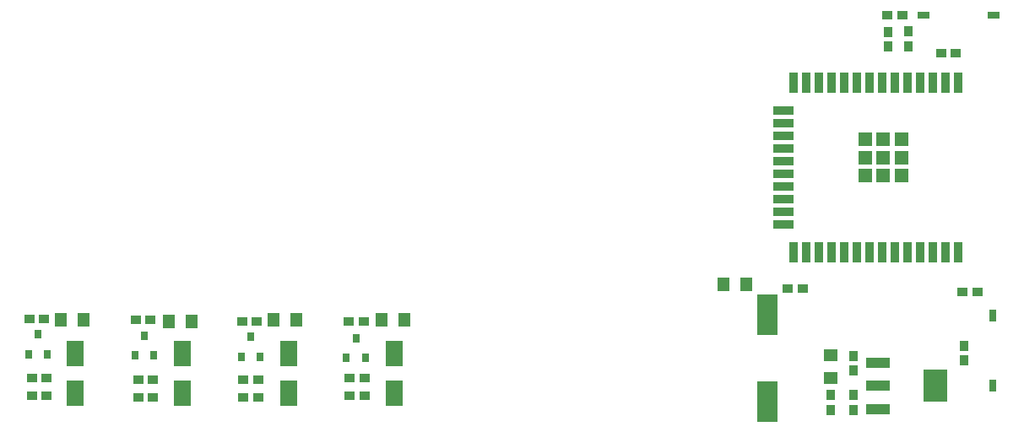
<source format=gtp>
G04*
G04 #@! TF.GenerationSoftware,Altium Limited,Altium Designer,18.0.7 (293)*
G04*
G04 Layer_Color=8421504*
%FSLAX24Y24*%
%MOIN*%
G70*
G01*
G75*
%ADD19R,0.0524X0.0524*%
%ADD20R,0.0354X0.0787*%
%ADD21R,0.0787X0.0354*%
%ADD22R,0.0472X0.0315*%
%ADD23R,0.0394X0.0374*%
%ADD24R,0.0315X0.0354*%
%ADD25R,0.0669X0.0984*%
%ADD26R,0.0500X0.0550*%
%ADD27R,0.0374X0.0394*%
%ADD28R,0.0550X0.0500*%
%ADD29R,0.0315X0.0472*%
%ADD30R,0.0945X0.1299*%
%ADD31R,0.0945X0.0394*%
%ADD32R,0.0787X0.1614*%
D19*
X44700Y20000D02*
D03*
Y20722D02*
D03*
Y21445D02*
D03*
X45422Y20000D02*
D03*
Y20722D02*
D03*
Y21445D02*
D03*
X46145Y20000D02*
D03*
Y20722D02*
D03*
Y21445D02*
D03*
D20*
X48375Y16982D02*
D03*
X47875D02*
D03*
X47375D02*
D03*
X46875D02*
D03*
X46375D02*
D03*
X45875D02*
D03*
X45375D02*
D03*
X44875D02*
D03*
X44375D02*
D03*
X43875D02*
D03*
X43375D02*
D03*
X42875D02*
D03*
X42375D02*
D03*
X41875D02*
D03*
Y23675D02*
D03*
X42375D02*
D03*
X42875D02*
D03*
X43375D02*
D03*
X43875D02*
D03*
X44375D02*
D03*
X44875D02*
D03*
X45375D02*
D03*
X45875D02*
D03*
X46375D02*
D03*
X46875D02*
D03*
X47375D02*
D03*
X47875D02*
D03*
X48375D02*
D03*
D21*
X41481Y18079D02*
D03*
Y18579D02*
D03*
Y19079D02*
D03*
Y19579D02*
D03*
Y20079D02*
D03*
Y20579D02*
D03*
Y21079D02*
D03*
Y21579D02*
D03*
Y22079D02*
D03*
Y22579D02*
D03*
D22*
X49778Y26350D02*
D03*
X47022D02*
D03*
D23*
X12295Y14350D02*
D03*
X11705D02*
D03*
X12395Y12000D02*
D03*
X11805D02*
D03*
Y11300D02*
D03*
X12395D02*
D03*
X16495Y14300D02*
D03*
X15905D02*
D03*
X16595Y11950D02*
D03*
X16005D02*
D03*
Y11250D02*
D03*
X16595D02*
D03*
X20695Y14250D02*
D03*
X20105D02*
D03*
X20745Y11950D02*
D03*
X20155D02*
D03*
X20150Y11250D02*
D03*
X20741D02*
D03*
X24900Y14250D02*
D03*
X24309D02*
D03*
X24950Y12000D02*
D03*
X24359D02*
D03*
Y11300D02*
D03*
X24950D02*
D03*
X49145Y15400D02*
D03*
X48555D02*
D03*
X42241Y15550D02*
D03*
X41650D02*
D03*
X48295Y24850D02*
D03*
X47705D02*
D03*
X45580Y26350D02*
D03*
X46170D02*
D03*
D24*
X12050Y13744D02*
D03*
X11676Y12956D02*
D03*
X12424D02*
D03*
X16250Y13694D02*
D03*
X15876Y12906D02*
D03*
X16624D02*
D03*
X20450Y13650D02*
D03*
X20076Y12863D02*
D03*
X20824D02*
D03*
X24600Y13594D02*
D03*
X24226Y12806D02*
D03*
X24974D02*
D03*
D25*
X13500Y12987D02*
D03*
Y11413D02*
D03*
X17750Y12975D02*
D03*
Y11400D02*
D03*
X21950Y12987D02*
D03*
Y11413D02*
D03*
X26100Y12987D02*
D03*
Y11413D02*
D03*
D26*
X13850Y14300D02*
D03*
X12950D02*
D03*
X18100Y14250D02*
D03*
X17200D02*
D03*
X22250Y14300D02*
D03*
X21350D02*
D03*
X26500D02*
D03*
X25600D02*
D03*
X39100Y15700D02*
D03*
X40000D02*
D03*
D27*
X43350Y11341D02*
D03*
Y10750D02*
D03*
X44250Y12305D02*
D03*
Y12895D02*
D03*
X48600Y13291D02*
D03*
Y12700D02*
D03*
X44250Y10755D02*
D03*
Y11345D02*
D03*
X46400Y25109D02*
D03*
Y25700D02*
D03*
X45600Y25105D02*
D03*
Y25695D02*
D03*
D28*
X43350Y12906D02*
D03*
Y12006D02*
D03*
D29*
X49750Y14478D02*
D03*
Y11722D02*
D03*
D30*
X47492Y11700D02*
D03*
D31*
X45208Y10794D02*
D03*
Y11700D02*
D03*
Y12606D02*
D03*
D32*
X40850Y11094D02*
D03*
Y14519D02*
D03*
M02*

</source>
